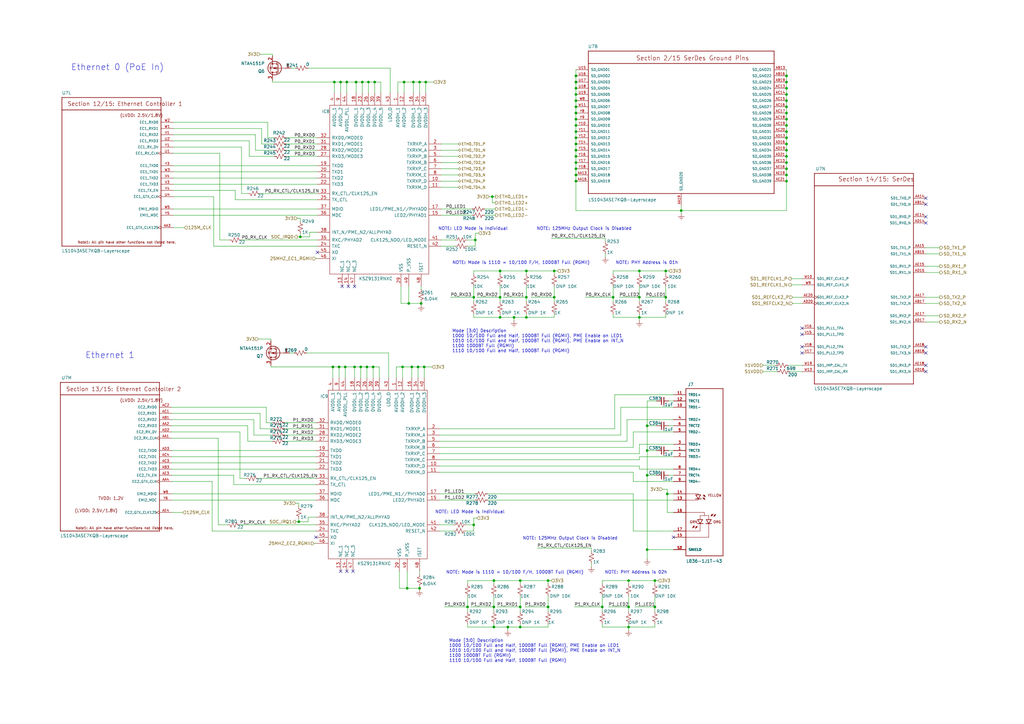
<source format=kicad_sch>
(kicad_sch (version 20200828) (generator eeschema)
  (page 11 12)
  (paper "A3")
  (title_block (title "AP2100") (company "IS ImageStream Internet Solutions, Inc."))
  (junction (at 122.555 213.995) (diameter 0.9144))
  (junction (at 123.19 97.155) (diameter 0.9144))
  (junction (at 136.525 150.495) (diameter 0.9144))
  (junction (at 137.16 33.655) (diameter 0.9144))
  (junction (at 139.065 150.495) (diameter 0.9144))
  (junction (at 139.7 33.655) (diameter 0.9144))
  (junction (at 141.605 150.495) (diameter 0.9144))
  (junction (at 142.24 33.655) (diameter 0.9144))
  (junction (at 145.415 150.495) (diameter 0.9144))
  (junction (at 146.05 33.655) (diameter 0.9144))
  (junction (at 147.955 150.495) (diameter 0.9144))
  (junction (at 148.59 33.655) (diameter 0.9144))
  (junction (at 150.495 150.495) (diameter 0.9144))
  (junction (at 151.13 33.655) (diameter 0.9144))
  (junction (at 153.035 150.495) (diameter 0.9144))
  (junction (at 153.67 33.655) (diameter 0.9144))
  (junction (at 165.1 150.495) (diameter 0.9144))
  (junction (at 165.735 33.655) (diameter 0.9144))
  (junction (at 167.005 241.3) (diameter 0.9144))
  (junction (at 167.64 124.46) (diameter 0.9144))
  (junction (at 168.91 150.495) (diameter 0.9144))
  (junction (at 169.545 33.655) (diameter 0.9144))
  (junction (at 171.45 150.495) (diameter 0.9144))
  (junction (at 172.085 33.655) (diameter 0.9144))
  (junction (at 172.085 241.3) (diameter 0.9144))
  (junction (at 172.72 124.46) (diameter 0.9144))
  (junction (at 173.99 150.495) (diameter 0.9144))
  (junction (at 174.625 33.655) (diameter 0.9144))
  (junction (at 191.77 248.92) (diameter 0.9144))
  (junction (at 194.31 121.92) (diameter 0.9144))
  (junction (at 194.31 215.265) (diameter 0.9144))
  (junction (at 194.945 98.425) (diameter 0.9144))
  (junction (at 201.93 80.645) (diameter 0.9144))
  (junction (at 202.565 238.125) (diameter 0.9144))
  (junction (at 202.565 248.92) (diameter 0.9144))
  (junction (at 202.565 257.175) (diameter 0.9144))
  (junction (at 205.105 111.125) (diameter 0.9144))
  (junction (at 205.105 121.92) (diameter 0.9144))
  (junction (at 205.105 130.175) (diameter 0.9144))
  (junction (at 208.28 257.175) (diameter 0.9144))
  (junction (at 210.82 130.175) (diameter 0.9144))
  (junction (at 213.36 238.125) (diameter 0.9144))
  (junction (at 213.36 248.92) (diameter 0.9144))
  (junction (at 213.36 257.175) (diameter 0.9144))
  (junction (at 215.9 111.125) (diameter 0.9144))
  (junction (at 215.9 121.92) (diameter 0.9144))
  (junction (at 215.9 130.175) (diameter 0.9144))
  (junction (at 224.79 238.125) (diameter 0.9144))
  (junction (at 224.79 248.92) (diameter 0.9144))
  (junction (at 227.33 111.125) (diameter 0.9144))
  (junction (at 227.33 121.92) (diameter 0.9144))
  (junction (at 236.22 31.115) (diameter 0.9144))
  (junction (at 236.22 33.655) (diameter 0.9144))
  (junction (at 236.22 36.195) (diameter 0.9144))
  (junction (at 236.22 38.735) (diameter 0.9144))
  (junction (at 236.22 41.275) (diameter 0.9144))
  (junction (at 236.22 43.815) (diameter 0.9144))
  (junction (at 236.22 46.355) (diameter 0.9144))
  (junction (at 236.22 48.895) (diameter 0.9144))
  (junction (at 236.22 51.435) (diameter 0.9144))
  (junction (at 236.22 53.975) (diameter 0.9144))
  (junction (at 236.22 56.515) (diameter 0.9144))
  (junction (at 236.22 59.055) (diameter 0.9144))
  (junction (at 236.22 61.595) (diameter 0.9144))
  (junction (at 236.22 64.135) (diameter 0.9144))
  (junction (at 236.22 66.675) (diameter 0.9144))
  (junction (at 236.22 69.215) (diameter 0.9144))
  (junction (at 236.22 71.755) (diameter 0.9144))
  (junction (at 236.22 74.295) (diameter 0.9144))
  (junction (at 247.015 248.92) (diameter 0.9144))
  (junction (at 251.46 121.92) (diameter 0.9144))
  (junction (at 257.81 238.125) (diameter 0.9144))
  (junction (at 257.81 248.92) (diameter 0.9144))
  (junction (at 257.81 257.175) (diameter 0.9144))
  (junction (at 262.255 111.125) (diameter 0.9144))
  (junction (at 262.255 121.92) (diameter 0.9144))
  (junction (at 262.255 130.175) (diameter 0.9144))
  (junction (at 265.43 174.625) (diameter 0.9144))
  (junction (at 265.43 184.785) (diameter 0.9144))
  (junction (at 265.43 194.945) (diameter 0.9144))
  (junction (at 265.43 225.425) (diameter 0.9144))
  (junction (at 268.605 238.125) (diameter 0.9144))
  (junction (at 268.605 248.92) (diameter 0.9144))
  (junction (at 273.05 111.125) (diameter 0.9144))
  (junction (at 273.05 121.92) (diameter 0.9144))
  (junction (at 273.685 202.565) (diameter 0.9144))
  (junction (at 279.4 86.36) (diameter 0.9144))
  (junction (at 322.58 31.115) (diameter 0.9144))
  (junction (at 322.58 33.655) (diameter 0.9144))
  (junction (at 322.58 36.195) (diameter 0.9144))
  (junction (at 322.58 38.735) (diameter 0.9144))
  (junction (at 322.58 41.275) (diameter 0.9144))
  (junction (at 322.58 43.815) (diameter 0.9144))
  (junction (at 322.58 46.355) (diameter 0.9144))
  (junction (at 322.58 48.895) (diameter 0.9144))
  (junction (at 322.58 51.435) (diameter 0.9144))
  (junction (at 322.58 53.975) (diameter 0.9144))
  (junction (at 322.58 56.515) (diameter 0.9144))
  (junction (at 322.58 59.055) (diameter 0.9144))
  (junction (at 322.58 61.595) (diameter 0.9144))
  (junction (at 322.58 64.135) (diameter 0.9144))
  (junction (at 322.58 66.675) (diameter 0.9144))
  (junction (at 322.58 69.215) (diameter 0.9144))
  (junction (at 322.58 71.755) (diameter 0.9144))
  (junction (at 322.58 74.295) (diameter 0.9144))
  (no_connect (at 276.225 220.345))
  (no_connect (at 142.24 234.315))
  (no_connect (at 379.73 152.4))
  (no_connect (at 328.93 144.78))
  (no_connect (at 129.54 220.345))
  (no_connect (at 140.335 117.475))
  (no_connect (at 328.93 134.62))
  (no_connect (at 379.73 149.86))
  (no_connect (at 328.93 142.24))
  (no_connect (at 379.73 142.24))
  (no_connect (at 145.415 117.475))
  (no_connect (at 379.73 91.44))
  (no_connect (at 139.7 234.315))
  (no_connect (at 379.73 83.82))
  (no_connect (at 144.78 234.315))
  (no_connect (at 379.73 144.78))
  (no_connect (at 379.73 81.28))
  (no_connect (at 328.93 137.16))
  (no_connect (at 142.875 117.475))
  (no_connect (at 130.175 103.505))
  (no_connect (at 379.73 88.9))
  (wire (pts (xy 70.485 167.005) (xy 109.22 167.005)))
  (wire (pts (xy 70.485 169.545) (xy 106.68 169.545)))
  (wire (pts (xy 70.485 174.625) (xy 101.6 174.625)))
  (wire (pts (xy 70.485 177.165) (xy 98.425 177.165)))
  (wire (pts (xy 70.485 179.705) (xy 89.535 179.705)))
  (wire (pts (xy 70.485 184.785) (xy 129.54 184.785)))
  (wire (pts (xy 70.485 187.325) (xy 129.54 187.325)))
  (wire (pts (xy 70.485 189.865) (xy 129.54 189.865)))
  (wire (pts (xy 70.485 192.405) (xy 129.54 192.405)))
  (wire (pts (xy 70.485 194.945) (xy 95.885 194.945)))
  (wire (pts (xy 70.485 197.485) (xy 86.995 197.485)))
  (wire (pts (xy 70.485 202.565) (xy 129.54 202.565)))
  (wire (pts (xy 70.485 205.105) (xy 129.54 205.105)))
  (wire (pts (xy 70.485 210.185) (xy 74.93 210.185)))
  (wire (pts (xy 71.12 50.165) (xy 109.855 50.165)))
  (wire (pts (xy 71.12 52.705) (xy 107.315 52.705)))
  (wire (pts (xy 71.12 57.785) (xy 102.235 57.785)))
  (wire (pts (xy 71.12 60.325) (xy 99.06 60.325)))
  (wire (pts (xy 71.12 62.865) (xy 90.17 62.865)))
  (wire (pts (xy 71.12 67.945) (xy 130.175 67.945)))
  (wire (pts (xy 71.12 70.485) (xy 130.175 70.485)))
  (wire (pts (xy 71.12 73.025) (xy 130.175 73.025)))
  (wire (pts (xy 71.12 75.565) (xy 130.175 75.565)))
  (wire (pts (xy 71.12 78.105) (xy 96.52 78.105)))
  (wire (pts (xy 71.12 80.645) (xy 87.63 80.645)))
  (wire (pts (xy 71.12 85.725) (xy 130.175 85.725)))
  (wire (pts (xy 71.12 88.265) (xy 130.175 88.265)))
  (wire (pts (xy 71.12 93.345) (xy 75.565 93.345)))
  (wire (pts (xy 86.995 197.485) (xy 86.995 217.805)))
  (wire (pts (xy 86.995 217.805) (xy 129.54 217.805)))
  (wire (pts (xy 87.63 80.645) (xy 87.63 100.965)))
  (wire (pts (xy 87.63 100.965) (xy 130.175 100.965)))
  (wire (pts (xy 89.535 179.705) (xy 89.535 215.265)))
  (wire (pts (xy 89.535 215.265) (xy 93.345 215.265)))
  (wire (pts (xy 90.17 62.865) (xy 90.17 98.425)))
  (wire (pts (xy 90.17 98.425) (xy 93.98 98.425)))
  (wire (pts (xy 95.885 194.945) (xy 95.885 198.755)))
  (wire (pts (xy 95.885 198.755) (xy 129.54 198.755)))
  (wire (pts (xy 96.52 78.105) (xy 96.52 81.915)))
  (wire (pts (xy 96.52 81.915) (xy 130.175 81.915)))
  (wire (pts (xy 98.425 177.165) (xy 98.425 196.215)))
  (wire (pts (xy 98.425 196.215) (xy 100.965 196.215)))
  (wire (pts (xy 98.425 215.265) (xy 129.54 215.265)))
  (wire (pts (xy 99.06 60.325) (xy 99.06 79.375)))
  (wire (pts (xy 99.06 79.375) (xy 101.6 79.375)))
  (wire (pts (xy 99.06 98.425) (xy 130.175 98.425)))
  (wire (pts (xy 101.6 174.625) (xy 101.6 180.975)))
  (wire (pts (xy 101.6 180.975) (xy 111.76 180.975)))
  (wire (pts (xy 102.235 57.785) (xy 102.235 64.135)))
  (wire (pts (xy 102.235 64.135) (xy 112.395 64.135)))
  (wire (pts (xy 104.14 172.085) (xy 70.485 172.085)))
  (wire (pts (xy 104.14 178.435) (xy 104.14 172.085)))
  (wire (pts (xy 104.14 178.435) (xy 111.76 178.435)))
  (wire (pts (xy 104.775 55.245) (xy 71.12 55.245)))
  (wire (pts (xy 104.775 61.595) (xy 104.775 55.245)))
  (wire (pts (xy 104.775 61.595) (xy 112.395 61.595)))
  (wire (pts (xy 106.045 196.215) (xy 129.54 196.215)))
  (wire (pts (xy 106.68 79.375) (xy 130.175 79.375)))
  (wire (pts (xy 106.68 169.545) (xy 106.68 175.895)))
  (wire (pts (xy 106.68 175.895) (xy 111.76 175.895)))
  (wire (pts (xy 107.315 52.705) (xy 107.315 59.055)))
  (wire (pts (xy 107.315 59.055) (xy 112.395 59.055)))
  (wire (pts (xy 109.22 167.005) (xy 109.22 173.355)))
  (wire (pts (xy 109.22 173.355) (xy 111.76 173.355)))
  (wire (pts (xy 109.855 50.165) (xy 109.855 56.515)))
  (wire (pts (xy 109.855 56.515) (xy 112.395 56.515)))
  (wire (pts (xy 111.125 139.065) (xy 106.045 139.065)))
  (wire (pts (xy 111.125 139.7) (xy 111.125 139.065)))
  (wire (pts (xy 111.125 149.86) (xy 111.125 150.495)))
  (wire (pts (xy 111.125 150.495) (xy 136.525 150.495)))
  (wire (pts (xy 111.76 22.225) (xy 106.68 22.225)))
  (wire (pts (xy 111.76 22.86) (xy 111.76 22.225)))
  (wire (pts (xy 111.76 33.02) (xy 111.76 33.655)))
  (wire (pts (xy 111.76 33.655) (xy 137.16 33.655)))
  (wire (pts (xy 116.84 173.355) (xy 129.54 173.355)))
  (wire (pts (xy 116.84 175.895) (xy 129.54 175.895)))
  (wire (pts (xy 116.84 178.435) (xy 129.54 178.435)))
  (wire (pts (xy 116.84 180.975) (xy 129.54 180.975)))
  (wire (pts (xy 117.475 56.515) (xy 130.175 56.515)))
  (wire (pts (xy 117.475 59.055) (xy 130.175 59.055)))
  (wire (pts (xy 117.475 61.595) (xy 130.175 61.595)))
  (wire (pts (xy 117.475 64.135) (xy 130.175 64.135)))
  (wire (pts (xy 120.65 144.78) (xy 118.745 144.78)))
  (wire (pts (xy 121.285 27.94) (xy 119.38 27.94)))
  (wire (pts (xy 121.285 213.995) (xy 122.555 213.995)))
  (wire (pts (xy 121.92 97.155) (xy 123.19 97.155)))
  (wire (pts (xy 122.555 206.375) (xy 121.285 206.375)))
  (wire (pts (xy 122.555 207.645) (xy 122.555 206.375)))
  (wire (pts (xy 122.555 213.995) (xy 122.555 212.725)))
  (wire (pts (xy 123.19 89.535) (xy 121.92 89.535)))
  (wire (pts (xy 123.19 90.805) (xy 123.19 89.535)))
  (wire (pts (xy 123.19 97.155) (xy 123.19 95.885)))
  (wire (pts (xy 125.73 144.78) (xy 159.385 144.78)))
  (wire (pts (xy 126.365 27.94) (xy 160.02 27.94)))
  (wire (pts (xy 126.365 212.09) (xy 126.365 213.995)))
  (wire (pts (xy 126.365 213.995) (xy 122.555 213.995)))
  (wire (pts (xy 127 95.25) (xy 127 97.155)))
  (wire (pts (xy 127 97.155) (xy 123.19 97.155)))
  (wire (pts (xy 128.905 222.885) (xy 129.54 222.885)))
  (wire (pts (xy 129.54 106.045) (xy 130.175 106.045)))
  (wire (pts (xy 129.54 212.09) (xy 126.365 212.09)))
  (wire (pts (xy 130.175 95.25) (xy 127 95.25)))
  (wire (pts (xy 136.525 150.495) (xy 139.065 150.495)))
  (wire (pts (xy 136.525 154.94) (xy 136.525 150.495)))
  (wire (pts (xy 137.16 33.655) (xy 139.7 33.655)))
  (wire (pts (xy 137.16 38.1) (xy 137.16 33.655)))
  (wire (pts (xy 139.065 150.495) (xy 139.065 154.94)))
  (wire (pts (xy 139.7 33.655) (xy 139.7 38.1)))
  (wire (pts (xy 141.605 150.495) (xy 139.065 150.495)))
  (wire (pts (xy 141.605 150.495) (xy 141.605 154.94)))
  (wire (pts (xy 142.24 33.655) (xy 139.7 33.655)))
  (wire (pts (xy 142.24 33.655) (xy 142.24 38.1)))
  (wire (pts (xy 145.415 150.495) (xy 141.605 150.495)))
  (wire (pts (xy 145.415 154.94) (xy 145.415 150.495)))
  (wire (pts (xy 146.05 33.655) (xy 142.24 33.655)))
  (wire (pts (xy 146.05 38.1) (xy 146.05 33.655)))
  (wire (pts (xy 147.955 150.495) (xy 145.415 150.495)))
  (wire (pts (xy 147.955 150.495) (xy 150.495 150.495)))
  (wire (pts (xy 147.955 154.94) (xy 147.955 150.495)))
  (wire (pts (xy 148.59 33.655) (xy 146.05 33.655)))
  (wire (pts (xy 148.59 33.655) (xy 151.13 33.655)))
  (wire (pts (xy 148.59 38.1) (xy 148.59 33.655)))
  (wire (pts (xy 150.495 150.495) (xy 150.495 154.94)))
  (wire (pts (xy 150.495 150.495) (xy 153.035 150.495)))
  (wire (pts (xy 151.13 33.655) (xy 151.13 38.1)))
  (wire (pts (xy 151.13 33.655) (xy 153.67 33.655)))
  (wire (pts (xy 153.035 150.495) (xy 153.035 154.94)))
  (wire (pts (xy 153.035 150.495) (xy 155.575 150.495)))
  (wire (pts (xy 153.67 33.655) (xy 153.67 38.1)))
  (wire (pts (xy 153.67 33.655) (xy 156.21 33.655)))
  (wire (pts (xy 155.575 150.495) (xy 155.575 154.94)))
  (wire (pts (xy 156.21 33.655) (xy 156.21 38.1)))
  (wire (pts (xy 159.385 154.94) (xy 159.385 144.78)))
  (wire (pts (xy 160.02 38.1) (xy 160.02 27.94)))
  (wire (pts (xy 162.56 150.495) (xy 165.1 150.495)))
  (wire (pts (xy 162.56 154.94) (xy 162.56 150.495)))
  (wire (pts (xy 163.195 33.655) (xy 165.735 33.655)))
  (wire (pts (xy 163.195 38.1) (xy 163.195 33.655)))
  (wire (pts (xy 163.83 234.315) (xy 163.83 241.3)))
  (wire (pts (xy 163.83 241.3) (xy 167.005 241.3)))
  (wire (pts (xy 164.465 117.475) (xy 164.465 124.46)))
  (wire (pts (xy 164.465 124.46) (xy 167.64 124.46)))
  (wire (pts (xy 165.1 150.495) (xy 165.1 154.94)))
  (wire (pts (xy 165.1 150.495) (xy 168.91 150.495)))
  (wire (pts (xy 165.735 33.655) (xy 165.735 38.1)))
  (wire (pts (xy 165.735 33.655) (xy 169.545 33.655)))
  (wire (pts (xy 167.005 234.315) (xy 167.005 241.3)))
  (wire (pts (xy 167.005 241.3) (xy 172.085 241.3)))
  (wire (pts (xy 167.64 117.475) (xy 167.64 124.46)))
  (wire (pts (xy 167.64 124.46) (xy 172.72 124.46)))
  (wire (pts (xy 168.91 150.495) (xy 168.91 154.94)))
  (wire (pts (xy 168.91 150.495) (xy 171.45 150.495)))
  (wire (pts (xy 169.545 33.655) (xy 169.545 38.1)))
  (wire (pts (xy 169.545 33.655) (xy 172.085 33.655)))
  (wire (pts (xy 171.45 150.495) (xy 171.45 154.94)))
  (wire (pts (xy 171.45 150.495) (xy 173.99 150.495)))
  (wire (pts (xy 172.085 33.655) (xy 172.085 38.1)))
  (wire (pts (xy 172.085 33.655) (xy 174.625 33.655)))
  (wire (pts (xy 172.085 234.315) (xy 172.085 235.585)))
  (wire (pts (xy 172.085 240.665) (xy 172.085 241.3)))
  (wire (pts (xy 172.085 241.3) (xy 172.085 241.935)))
  (wire (pts (xy 172.72 117.475) (xy 172.72 118.745)))
  (wire (pts (xy 172.72 123.825) (xy 172.72 124.46)))
  (wire (pts (xy 172.72 124.46) (xy 172.72 125.095)))
  (wire (pts (xy 173.99 150.495) (xy 173.99 154.94)))
  (wire (pts (xy 173.99 150.495) (xy 177.165 150.495)))
  (wire (pts (xy 174.625 33.655) (xy 174.625 38.1)))
  (wire (pts (xy 174.625 33.655) (xy 177.8 33.655)))
  (wire (pts (xy 180.34 175.895) (xy 252.095 175.895)))
  (wire (pts (xy 180.34 178.435) (xy 254.635 178.435)))
  (wire (pts (xy 180.34 180.975) (xy 257.175 180.975)))
  (wire (pts (xy 180.34 183.515) (xy 259.715 183.515)))
  (wire (pts (xy 180.34 186.055) (xy 262.255 186.055)))
  (wire (pts (xy 180.34 188.595) (xy 262.255 188.595)))
  (wire (pts (xy 180.34 191.135) (xy 262.255 191.135)))
  (wire (pts (xy 180.34 193.675) (xy 259.715 193.675)))
  (wire (pts (xy 180.34 202.565) (xy 194.945 202.565)))
  (wire (pts (xy 180.34 205.105) (xy 194.945 205.105)))
  (wire (pts (xy 180.34 215.265) (xy 186.055 215.265)))
  (wire (pts (xy 180.34 217.805) (xy 186.055 217.805)))
  (wire (pts (xy 180.975 59.055) (xy 187.96 59.055)))
  (wire (pts (xy 180.975 61.595) (xy 187.96 61.595)))
  (wire (pts (xy 180.975 64.135) (xy 187.96 64.135)))
  (wire (pts (xy 180.975 66.675) (xy 187.96 66.675)))
  (wire (pts (xy 180.975 69.215) (xy 187.96 69.215)))
  (wire (pts (xy 180.975 71.755) (xy 187.96 71.755)))
  (wire (pts (xy 180.975 74.295) (xy 187.96 74.295)))
  (wire (pts (xy 180.975 76.835) (xy 187.96 76.835)))
  (wire (pts (xy 180.975 85.725) (xy 193.675 85.725)))
  (wire (pts (xy 180.975 88.265) (xy 193.675 88.265)))
  (wire (pts (xy 180.975 98.425) (xy 186.69 98.425)))
  (wire (pts (xy 180.975 100.965) (xy 186.69 100.965)))
  (wire (pts (xy 182.245 248.92) (xy 191.77 248.92)))
  (wire (pts (xy 184.785 121.92) (xy 194.31 121.92)))
  (wire (pts (xy 191.135 215.265) (xy 194.31 215.265)))
  (wire (pts (xy 191.135 217.805) (xy 194.31 217.805)))
  (wire (pts (xy 191.77 98.425) (xy 194.945 98.425)))
  (wire (pts (xy 191.77 100.965) (xy 194.945 100.965)))
  (wire (pts (xy 191.77 238.125) (xy 191.77 239.395)))
  (wire (pts (xy 191.77 238.125) (xy 202.565 238.125)))
  (wire (pts (xy 191.77 244.475) (xy 191.77 248.92)))
  (wire (pts (xy 191.77 248.92) (xy 191.77 250.825)))
  (wire (pts (xy 191.77 255.905) (xy 191.77 257.175)))
  (wire (pts (xy 191.77 257.175) (xy 202.565 257.175)))
  (wire (pts (xy 193.04 248.92) (xy 202.565 248.92)))
  (wire (pts (xy 194.31 111.125) (xy 194.31 112.395)))
  (wire (pts (xy 194.31 111.125) (xy 205.105 111.125)))
  (wire (pts (xy 194.31 117.475) (xy 194.31 121.92)))
  (wire (pts (xy 194.31 121.92) (xy 194.31 123.825)))
  (wire (pts (xy 194.31 128.905) (xy 194.31 130.175)))
  (wire (pts (xy 194.31 130.175) (xy 205.105 130.175)))
  (wire (pts (xy 194.31 212.471) (xy 194.31 215.265)))
  (wire (pts (xy 194.31 215.265) (xy 194.31 217.805)))
  (wire (pts (xy 194.945 95.631) (xy 194.945 98.425)))
  (wire (pts (xy 194.945 98.425) (xy 194.945 100.965)))
  (wire (pts (xy 195.58 121.92) (xy 205.105 121.92)))
  (wire (pts (xy 195.58 212.471) (xy 194.31 212.471)))
  (wire (pts (xy 196.215 95.631) (xy 194.945 95.631)))
  (wire (pts (xy 198.755 85.725) (xy 203.2 85.725)))
  (wire (pts (xy 198.755 88.265) (xy 203.2 88.265)))
  (wire (pts (xy 200.025 202.565) (xy 259.715 202.565)))
  (wire (pts (xy 200.025 205.105) (xy 276.225 205.105)))
  (wire (pts (xy 200.66 80.645) (xy 201.93 80.645)))
  (wire (pts (xy 201.93 80.645) (xy 201.93 83.185)))
  (wire (pts (xy 201.93 80.645) (xy 203.2 80.645)))
  (wire (pts (xy 201.93 83.185) (xy 203.2 83.185)))
  (wire (pts (xy 202.565 238.125) (xy 202.565 239.395)))
  (wire (pts (xy 202.565 238.125) (xy 213.36 238.125)))
  (wire (pts (xy 202.565 244.475) (xy 202.565 248.92)))
  (wire (pts (xy 202.565 248.92) (xy 202.565 250.825)))
  (wire (pts (xy 202.565 255.905) (xy 202.565 257.175)))
  (wire (pts (xy 202.565 257.175) (xy 208.28 257.175)))
  (wire (pts (xy 203.835 248.92) (xy 213.36 248.92)))
  (wire (pts (xy 205.105 111.125) (xy 205.105 112.395)))
  (wire (pts (xy 205.105 111.125) (xy 215.9 111.125)))
  (wire (pts (xy 205.105 117.475) (xy 205.105 121.92)))
  (wire (pts (xy 205.105 121.92) (xy 205.105 123.825)))
  (wire (pts (xy 205.105 128.905) (xy 205.105 130.175)))
  (wire (pts (xy 205.105 130.175) (xy 210.82 130.175)))
  (wire (pts (xy 206.375 121.92) (xy 215.9 121.92)))
  (wire (pts (xy 208.28 257.175) (xy 208.28 258.445)))
  (wire (pts (xy 208.28 257.175) (xy 213.36 257.175)))
  (wire (pts (xy 210.82 130.175) (xy 210.82 131.445)))
  (wire (pts (xy 210.82 130.175) (xy 215.9 130.175)))
  (wire (pts (xy 213.36 238.125) (xy 213.36 239.395)))
  (wire (pts (xy 213.36 238.125) (xy 224.79 238.125)))
  (wire (pts (xy 213.36 244.475) (xy 213.36 248.92)))
  (wire (pts (xy 213.36 248.92) (xy 213.36 250.825)))
  (wire (pts (xy 213.36 255.905) (xy 213.36 257.175)))
  (wire (pts (xy 213.36 257.175) (xy 224.79 257.175)))
  (wire (pts (xy 215.265 248.92) (xy 224.79 248.92)))
  (wire (pts (xy 215.9 111.125) (xy 215.9 112.395)))
  (wire (pts (xy 215.9 111.125) (xy 227.33 111.125)))
  (wire (pts (xy 215.9 117.475) (xy 215.9 121.92)))
  (wire (pts (xy 215.9 121.92) (xy 215.9 123.825)))
  (wire (pts (xy 215.9 128.905) (xy 215.9 130.175)))
  (wire (pts (xy 215.9 130.175) (xy 227.33 130.175)))
  (wire (pts (xy 217.805 121.92) (xy 227.33 121.92)))
  (wire (pts (xy 220.345 224.79) (xy 242.57 224.79)))
  (wire (pts (xy 224.79 238.125) (xy 224.79 239.395)))
  (wire (pts (xy 224.79 244.475) (xy 224.79 248.92)))
  (wire (pts (xy 224.79 248.92) (xy 224.79 250.825)))
  (wire (pts (xy 224.79 255.905) (xy 224.79 257.175)))
  (wire (pts (xy 226.06 97.79) (xy 248.285 97.79)))
  (wire (pts (xy 226.06 238.125) (xy 224.79 238.125)))
  (wire (pts (xy 227.33 111.125) (xy 227.33 112.395)))
  (wire (pts (xy 227.33 117.475) (xy 227.33 121.92)))
  (wire (pts (xy 227.33 121.92) (xy 227.33 123.825)))
  (wire (pts (xy 227.33 128.905) (xy 227.33 130.175)))
  (wire (pts (xy 228.6 111.125) (xy 227.33 111.125)))
  (wire (pts (xy 236.22 28.575) (xy 236.22 31.115)))
  (wire (pts (xy 236.22 31.115) (xy 236.22 33.655)))
  (wire (pts (xy 236.22 33.655) (xy 236.22 36.195)))
  (wire (pts (xy 236.22 36.195) (xy 236.22 38.735)))
  (wire (pts (xy 236.22 38.735) (xy 236.22 41.275)))
  (wire (pts (xy 236.22 41.275) (xy 236.22 43.815)))
  (wire (pts (xy 236.22 43.815) (xy 236.22 46.355)))
  (wire (pts (xy 236.22 46.355) (xy 236.22 48.895)))
  (wire (pts (xy 236.22 48.895) (xy 236.22 51.435)))
  (wire (pts (xy 236.22 51.435) (xy 236.22 53.975)))
  (wire (pts (xy 236.22 53.975) (xy 236.22 56.515)))
  (wire (pts (xy 236.22 56.515) (xy 236.22 59.055)))
  (wire (pts (xy 236.22 59.055) (xy 236.22 61.595)))
  (wire (pts (xy 236.22 61.595) (xy 236.22 64.135)))
  (wire (pts (xy 236.22 64.135) (xy 236.22 66.675)))
  (wire (pts (xy 236.22 66.675) (xy 236.22 69.215)))
  (wire (pts (xy 236.22 69.215) (xy 236.22 71.755)))
  (wire (pts (xy 236.22 71.755) (xy 236.22 74.295)))
  (wire (pts (xy 236.22 74.295) (xy 236.22 86.36)))
  (wire (pts (xy 236.22 86.36) (xy 279.4 86.36)))
  (wire (pts (xy 242.57 224.79) (xy 242.57 226.06)))
  (wire (pts (xy 242.57 231.14) (xy 242.57 232.41)))
  (wire (pts (xy 247.015 238.125) (xy 247.015 239.395)))
  (wire (pts (xy 247.015 238.125) (xy 257.81 238.125)))
  (wire (pts (xy 247.015 244.475) (xy 247.015 248.92)))
  (wire (pts (xy 247.015 248.92) (xy 235.585 248.92)))
  (wire (pts (xy 247.015 248.92) (xy 247.015 250.825)))
  (wire (pts (xy 247.015 255.905) (xy 247.015 257.175)))
  (wire (pts (xy 247.015 257.175) (xy 257.81 257.175)))
  (wire (pts (xy 248.285 97.79) (xy 248.285 99.06)))
  (wire (pts (xy 248.285 104.14) (xy 248.285 105.41)))
  (wire (pts (xy 249.555 248.92) (xy 257.81 248.92)))
  (wire (pts (xy 251.46 111.125) (xy 251.46 112.395)))
  (wire (pts (xy 251.46 111.125) (xy 262.255 111.125)))
  (wire (pts (xy 251.46 117.475) (xy 251.46 121.92)))
  (wire (pts (xy 251.46 121.92) (xy 240.03 121.92)))
  (wire (pts (xy 251.46 121.92) (xy 251.46 123.825)))
  (wire (pts (xy 251.46 128.905) (xy 251.46 130.175)))
  (wire (pts (xy 251.46 130.175) (xy 262.255 130.175)))
  (wire (pts (xy 252.095 161.925) (xy 252.095 175.895)))
  (wire (pts (xy 254 121.92) (xy 262.255 121.92)))
  (wire (pts (xy 254.635 167.005) (xy 276.225 167.005)))
  (wire (pts (xy 254.635 178.435) (xy 254.635 167.005)))
  (wire (pts (xy 257.175 172.085) (xy 257.175 180.975)))
  (wire (pts (xy 257.81 238.125) (xy 257.81 239.395)))
  (wire (pts (xy 257.81 238.125) (xy 268.605 238.125)))
  (wire (pts (xy 257.81 244.475) (xy 257.81 248.92)))
  (wire (pts (xy 257.81 248.92) (xy 257.81 250.825)))
  (wire (pts (xy 257.81 255.905) (xy 257.81 257.175)))
  (wire (pts (xy 257.81 257.175) (xy 257.81 258.445)))
  (wire (pts (xy 257.81 257.175) (xy 268.605 257.175)))
  (wire (pts (xy 259.715 177.165) (xy 276.225 177.165)))
  (wire (pts (xy 259.715 183.515) (xy 259.715 177.165)))
  (wire (pts (xy 259.715 193.675) (xy 259.715 197.485)))
  (wire (pts (xy 259.715 197.485) (xy 276.225 197.485)))
  (wire (pts (xy 259.715 202.565) (xy 259.715 217.805)))
  (wire (pts (xy 259.715 217.805) (xy 276.225 217.805)))
  (wire (pts (xy 260.35 248.92) (xy 268.605 248.92)))
  (wire (pts (xy 262.255 111.125) (xy 262.255 112.395)))
  (wire (pts (xy 262.255 111.125) (xy 273.05 111.125)))
  (wire (pts (xy 262.255 117.475) (xy 262.255 121.92)))
  (wire (pts (xy 262.255 121.92) (xy 262.255 123.825)))
  (wire (pts (xy 262.255 128.905) (xy 262.255 130.175)))
  (wire (pts (xy 262.255 130.175) (xy 262.255 131.445)))
  (wire (pts (xy 262.255 130.175) (xy 273.05 130.175)))
  (wire (pts (xy 262.255 182.245) (xy 262.255 186.055)))
  (wire (pts (xy 262.255 187.325) (xy 276.225 187.325)))
  (wire (pts (xy 262.255 188.595) (xy 262.255 187.325)))
  (wire (pts (xy 262.255 192.405) (xy 262.255 191.135)))
  (wire (pts (xy 264.795 121.92) (xy 273.05 121.92)))
  (wire (pts (xy 265.43 164.465) (xy 265.43 174.625)))
  (wire (pts (xy 265.43 174.625) (xy 269.24 174.625)))
  (wire (pts (xy 265.43 184.785) (xy 265.43 174.625)))
  (wire (pts (xy 265.43 184.785) (xy 265.43 194.945)))
  (wire (pts (xy 265.43 194.945) (xy 265.43 225.425)))
  (wire (pts (xy 265.43 225.425) (xy 276.225 225.425)))
  (wire (pts (xy 265.43 229.235) (xy 265.43 225.425)))
  (wire (pts (xy 268.605 238.125) (xy 268.605 239.395)))
  (wire (pts (xy 268.605 244.475) (xy 268.605 248.92)))
  (wire (pts (xy 268.605 248.92) (xy 268.605 250.825)))
  (wire (pts (xy 268.605 255.905) (xy 268.605 257.175)))
  (wire (pts (xy 269.24 164.465) (xy 265.43 164.465)))
  (wire (pts (xy 269.24 184.785) (xy 265.43 184.785)))
  (wire (pts (xy 269.24 194.945) (xy 265.43 194.945)))
  (wire (pts (xy 269.875 238.125) (xy 268.605 238.125)))
  (wire (pts (xy 271.78 200.66) (xy 273.685 200.66)))
  (wire (pts (xy 273.05 111.125) (xy 273.05 112.395)))
  (wire (pts (xy 273.05 117.475) (xy 273.05 121.92)))
  (wire (pts (xy 273.05 121.92) (xy 273.05 123.825)))
  (wire (pts (xy 273.05 128.905) (xy 273.05 130.175)))
  (wire (pts (xy 273.685 200.66) (xy 273.685 202.565)))
  (wire (pts (xy 273.685 202.565) (xy 273.685 210.185)))
  (wire (pts (xy 273.685 202.565) (xy 276.225 202.565)))
  (wire (pts (xy 273.685 210.185) (xy 276.225 210.185)))
  (wire (pts (xy 274.32 111.125) (xy 273.05 111.125)))
  (wire (pts (xy 274.32 164.465) (xy 276.225 164.465)))
  (wire (pts (xy 274.32 174.625) (xy 276.225 174.625)))
  (wire (pts (xy 274.32 184.785) (xy 276.225 184.785)))
  (wire (pts (xy 274.32 194.945) (xy 276.225 194.945)))
  (wire (pts (xy 276.225 161.925) (xy 252.095 161.925)))
  (wire (pts (xy 276.225 172.085) (xy 257.175 172.085)))
  (wire (pts (xy 276.225 182.245) (xy 262.255 182.245)))
  (wire (pts (xy 276.225 192.405) (xy 262.255 192.405)))
  (wire (pts (xy 279.4 86.36) (xy 279.4 84.455)))
  (wire (pts (xy 279.4 86.36) (xy 279.4 87.63)))
  (wire (pts (xy 318.135 149.86) (xy 313.055 149.86)))
  (wire (pts (xy 318.77 152.4) (xy 313.055 152.4)))
  (wire (pts (xy 322.58 28.575) (xy 322.58 31.115)))
  (wire (pts (xy 322.58 31.115) (xy 322.58 33.655)))
  (wire (pts (xy 322.58 33.655) (xy 322.58 36.195)))
  (wire (pts (xy 322.58 36.195) (xy 322.58 38.735)))
  (wire (pts (xy 322.58 38.735) (xy 322.58 41.275)))
  (wire (pts (xy 322.58 41.275) (xy 322.58 43.815)))
  (wire (pts (xy 322.58 43.815) (xy 322.58 46.355)))
  (wire (pts (xy 322.58 46.355) (xy 322.58 48.895)))
  (wire (pts (xy 322.58 48.895) (xy 322.58 51.435)))
  (wire (pts (xy 322.58 51.435) (xy 322.58 53.975)))
  (wire (pts (xy 322.58 53.975) (xy 322.58 56.515)))
  (wire (pts (xy 322.58 56.515) (xy 322.58 59.055)))
  (wire (pts (xy 322.58 59.055) (xy 322.58 61.595)))
  (wire (pts (xy 322.58 61.595) (xy 322.58 64.135)))
  (wire (pts (xy 322.58 64.135) (xy 322.58 66.675)))
  (wire (pts (xy 322.58 66.675) (xy 322.58 69.215)))
  (wire (pts (xy 322.58 69.215) (xy 322.58 71.755)))
  (wire (pts (xy 322.58 71.755) (xy 322.58 74.295)))
  (wire (pts (xy 322.58 74.295) (xy 322.58 86.36)))
  (wire (pts (xy 322.58 86.36) (xy 279.4 86.36)))
  (wire (pts (xy 323.215 149.86) (xy 328.93 149.86)))
  (wire (pts (xy 323.85 152.4) (xy 328.93 152.4)))
  (wire (pts (xy 324.485 114.3) (xy 328.93 114.3)))
  (wire (pts (xy 324.485 116.84) (xy 328.93 116.84)))
  (wire (pts (xy 328.93 121.92) (xy 325.12 121.92)))
  (wire (pts (xy 328.93 124.46) (xy 325.12 124.46)))
  (wire (pts (xy 379.73 101.6) (xy 385.445 101.6)))
  (wire (pts (xy 379.73 104.14) (xy 385.445 104.14)))
  (wire (pts (xy 379.73 109.22) (xy 385.445 109.22)))
  (wire (pts (xy 379.73 111.76) (xy 385.445 111.76)))
  (wire (pts (xy 379.73 121.92) (xy 385.445 121.92)))
  (wire (pts (xy 379.73 124.46) (xy 385.445 124.46)))
  (wire (pts (xy 379.73 129.54) (xy 385.445 129.54)))
  (wire (pts (xy 379.73 132.08) (xy 385.445 132.08)))
  (text "Ethernet 1" (at 55.245 147.32 180) (effects (font (size 2.54 2.54)) (justify right bottom)))
  (text "Ethernet 0 (PoE In)" (at 67.31 29.21 180) (effects (font (size 2.54 2.54)) (justify right bottom)))
  (text "Mode [3:0] Description\n1000 10/100 Full and Half, 1000BT Full (RGMII), PME Enable on LED1\n1010 10/100 Full and Half, 1000BT Full (RGMII), PME Enable on INT_N\n1100 1000BT Full (RGMII)\n1110 10/100 Full and Half, 1000BT Full (RGMII)" (at 184.15 271.78 0) (effects (font (size 1.27 1.27)) (justify left bottom)))
  (text "Mode [3:0] Description\n1000 10/100 Full and Half, 1000BT Full (RGMII), PME Enable on LED1\n1010 10/100 Full and Half, 1000BT Full (RGMII), PME Enable on INT_N\n1100 1000BT Full (RGMII)\n1110 10/100 Full and Half, 1000BT Full (RGMII)" (at 185.42 144.78 0) (effects (font (size 1.27 1.27)) (justify left bottom)))
  (text "NOTE: LED Mode is Individual" (at 207.01 210.82 180) (effects (font (size 1.27 1.27)) (justify right bottom)))
  (text "NOTE: LED Mode is Individual" (at 208.28 94.615 180) (effects (font (size 1.27 1.27)) (justify right bottom)))
  (text "NOTE: Mode is 1110 = 10/100 F/H, 1000BT Full (RGMII)" (at 239.395 235.585 0) (effects (font (size 1.27 1.27)) (justify right bottom)))
  (text "NOTE: Mode is 1110 = 10/100 F/H, 1000BT Full (RGMII)" (at 241.935 108.585 0) (effects (font (size 1.27 1.27)) (justify right bottom)))
  (text "NOTE: 125MHz Output Clock is Disabled" (at 253.365 221.615 180) (effects (font (size 1.27 1.27)) (justify right bottom)))
  (text "NOTE: 125MHz Output Clock is Disabled" (at 259.08 94.615 180) (effects (font (size 1.27 1.27)) (justify right bottom)))
  (text "NOTE: PHY Address is 02h" (at 273.685 235.585 180) (effects (font (size 1.27 1.27)) (justify right bottom)))
  (text "NOTE: PHY Address is 01h" (at 278.13 108.585 180) (effects (font (size 1.27 1.27)) (justify right bottom)))
  (label "P1_RX_CLK" (at 98.425 215.265 0))
  (label "P0_RX_CLK" (at 99.06 98.425 0))
  (label "P1_RX_CTL{slash}CLK125_EN" (at 107.95 196.215 0))
  (label "P0_RX_CTL{slash}CLK125_EN" (at 108.585 79.375 0))
  (label "P1_RXD0" (at 120.015 173.355 0))
  (label "P1_RXD1" (at 120.015 175.895 0))
  (label "P1_RXD2" (at 120.015 178.435 0))
  (label "P1_RXD3" (at 120.015 180.975 0))
  (label "P0_RXD0" (at 120.65 56.515 0))
  (label "P0_RXD1" (at 120.65 59.055 0))
  (label "P0_RXD2" (at 120.65 61.595 0))
  (label "P0_RXD3" (at 120.65 64.135 0))
  (label "P1_RXD3" (at 182.245 248.92 0))
  (label "P0_RXD3" (at 184.785 121.92 0))
  (label "P1_LED1" (at 190.5 202.565 180))
  (label "P1_LED2" (at 190.5 205.105 180))
  (label "P0_LED1" (at 191.135 85.725 180))
  (label "P0_LED2" (at 191.135 88.265 180))
  (label "P1_RXD2" (at 193.04 248.92 0))
  (label "P0_RXD2" (at 195.58 121.92 0))
  (label "P1_RXD1" (at 203.835 248.92 0))
  (label "P0_RXD1" (at 206.375 121.92 0))
  (label "P1_RXD0" (at 215.265 248.92 0))
  (label "P0_RXD0" (at 217.805 121.92 0))
  (label "P1_RX_CTL{slash}CLK125_EN" (at 220.345 224.79 0))
  (label "P0_RX_CTL{slash}CLK125_EN" (at 226.06 97.79 0))
  (label "P1_RX_CLK" (at 235.585 248.92 0))
  (label "P0_RX_CLK" (at 240.03 121.92 0))
  (label "P1_LED2" (at 249.555 248.92 0))
  (label "P0_LED2" (at 254 121.92 0))
  (label "P1_LED1" (at 260.35 248.92 0))
  (label "P0_LED1" (at 264.795 121.92 0))
  (hierarchical_label "125M_CLK" (shape input) (at 74.93 210.185 0))
  (hierarchical_label "125M_CLK" (shape input) (at 75.565 93.345 0))
  (hierarchical_label "3V3" (shape input) (at 106.045 139.065 180))
  (hierarchical_label "3V3" (shape input) (at 106.68 22.225 180))
  (hierarchical_label "3V3" (shape input) (at 121.285 206.375 180))
  (hierarchical_label "SOC_IRQ1" (shape output) (at 121.285 213.995 180))
  (hierarchical_label "3V3" (shape input) (at 121.92 89.535 180))
  (hierarchical_label "SOC_IRQ0" (shape output) (at 121.92 97.155 180))
  (hierarchical_label "25MHZ_EC2_RGMII" (shape input) (at 128.905 222.885 180))
  (hierarchical_label "25MHZ_EC1_RGMII" (shape input) (at 129.54 106.045 180))
  (hierarchical_label "3V3" (shape input) (at 177.165 150.495 0))
  (hierarchical_label "3V3" (shape input) (at 177.8 33.655 0))
  (hierarchical_label "ETH0_TD1_P" (shape bidirectional) (at 187.96 59.055 0) (effects (font (size 1.0922 1.0922))))
  (hierarchical_label "ETH0_TD1_N" (shape bidirectional) (at 187.96 61.595 0) (effects (font (size 1.0922 1.0922))))
  (hierarchical_label "ETH0_TD2_P" (shape bidirectional) (at 187.96 64.135 0) (effects (font (size 1.0922 1.0922))))
  (hierarchical_label "ETH0_TD2_N" (shape bidirectional) (at 187.96 66.675 0) (effects (font (size 1.0922 1.0922))))
  (hierarchical_label "ETH0_TD3_P" (shape bidirectional) (at 187.96 69.215 0) (effects (font (size 1.0922 1.0922))))
  (hierarchical_label "ETH0_TD3_N" (shape bidirectional) (at 187.96 71.755 0) (effects (font (size 1.0922 1.0922))))
  (hierarchical_label "ETH0_TD4_P" (shape bidirectional) (at 187.96 74.295 0) (effects (font (size 1.0922 1.0922))))
  (hierarchical_label "ETH0_TD4_N" (shape bidirectional) (at 187.96 76.835 0) (effects (font (size 1.0922 1.0922))))
  (hierarchical_label "3V3" (shape input) (at 195.58 212.471 0))
  (hierarchical_label "3V3" (shape input) (at 196.215 95.631 0))
  (hierarchical_label "3V3" (shape input) (at 200.66 80.645 180))
  (hierarchical_label "ETH0_LED1+" (shape output) (at 203.2 80.645 0))
  (hierarchical_label "ETH0_LED2+" (shape output) (at 203.2 83.185 0))
  (hierarchical_label "ETH0_LED1-" (shape output) (at 203.2 85.725 0))
  (hierarchical_label "ETH0_LED2-" (shape output) (at 203.2 88.265 0))
  (hierarchical_label "3V3" (shape input) (at 226.06 238.125 0))
  (hierarchical_label "3V3" (shape input) (at 228.6 111.125 0))
  (hierarchical_label "3V3" (shape input) (at 269.875 238.125 0))
  (hierarchical_label "3V3" (shape input) (at 271.78 200.66 180))
  (hierarchical_label "3V3" (shape input) (at 274.32 111.125 0))
  (hierarchical_label "X1VDD" (shape input) (at 313.055 149.86 180))
  (hierarchical_label "S1VDD" (shape input) (at 313.055 152.4 180))
  (hierarchical_label "SD1_REFCLK1_P" (shape output) (at 324.485 114.3 180))
  (hierarchical_label "SD1_REFCLK1_N" (shape output) (at 324.485 116.84 180))
  (hierarchical_label "SD1_REFCLK2_P" (shape input) (at 325.12 121.92 180))
  (hierarchical_label "SD1_REFCLK2_N" (shape input) (at 325.12 124.46 180))
  (hierarchical_label "SD_TX1_P" (shape output) (at 385.445 101.6 0))
  (hierarchical_label "SD_TX1_N" (shape output) (at 385.445 104.14 0))
  (hierarchical_label "SD_RX1_P" (shape output) (at 385.445 109.22 0))
  (hierarchical_label "SD_RX1_N" (shape output) (at 385.445 111.76 0))
  (hierarchical_label "SD_TX2_P" (shape output) (at 385.445 121.92 0))
  (hierarchical_label "SD_TX2_N" (shape output) (at 385.445 124.46 0))
  (hierarchical_label "SD_RX2_P" (shape output) (at 385.445 129.54 0))
  (hierarchical_label "SD_RX2_N" (shape output) (at 385.445 132.08 0))
  (symbol (lib_id "AP2100-rescue:GND-Scott") (at 172.085 241.935 0) (unit 1)
    (property "Reference" "#PWR0192" (effects hide))
    (property "Value" "GND" (effects hide))
  )
  (symbol (lib_id "AP2100-rescue:GND-Scott") (at 172.72 125.095 0) (unit 1)
    (property "Reference" "#PWR0187" (effects hide))
    (property "Value" "GND" (effects hide))
  )
  (symbol (lib_id "AP2100-rescue:GND-Scott") (at 208.28 258.445 0) (mirror y) (unit 1)
    (property "Reference" "#PWR0193" (effects hide))
    (property "Value" "GND" (effects hide))
  )
  (symbol (lib_id "AP2100-rescue:GND-Scott") (at 210.82 131.445 0) (mirror y) (unit 1)
    (property "Reference" "#PWR0188" (effects hide))
    (property "Value" "GND" (effects hide))
  )
  (symbol (lib_id "AP2100-rescue:GND-Scott") (at 242.57 232.41 0) (unit 1)
    (property "Reference" "#PWR0191" (effects hide))
    (property "Value" "GND" (effects hide))
  )
  (symbol (lib_id "AP2100-rescue:GND-Scott") (at 248.285 105.41 0) (unit 1)
    (property "Reference" "#PWR0186" (effects hide))
    (property "Value" "GND" (effects hide))
  )
  (symbol (lib_id "AP2100-rescue:GND-Scott") (at 257.81 258.445 0) (mirror y) (unit 1)
    (property "Reference" "#PWR0194" (effects hide))
    (property "Value" "GND" (effects hide))
  )
  (symbol (lib_id "AP2100-rescue:GND-Scott") (at 262.255 131.445 0) (mirror y) (unit 1)
    (property "Reference" "#PWR0189" (effects hide))
    (property "Value" "GND" (effects hide))
  )
  (symbol (lib_id "AP2100-rescue:GND-Scott") (at 265.43 229.235 0) (mirror y) (unit 1)
    (property "Reference" "#PWR0190" (effects hide))
    (property "Value" "GND" (effects hide))
  )
  (symbol (lib_id "AP2100-rescue:GND-Scott") (at 279.4 87.63 0) (mirror y) (unit 1)
    (property "Reference" "#PWR0185" (effects hide))
    (property "Value" "GND" (effects hide))
  )
  (symbol (lib_id "Device:R_Small_US") (at 95.885 215.265 90) (mirror x) (unit 1)
    (property "Reference" "R280" (at 92.202 213.868 90) (effects (justify right)))
    (property "Value" "22" (at 99.949 216.154 90) (effects (justify left)))
    (property "Footprint" "Resistor_SMD:R_0402_1005Metric" (effects hide))
    (property "PartsBoxID" "0402-22-1%" (effects hide))
  )
  (symbol (lib_id "Device:R_Small_US") (at 96.52 98.425 90) (mirror x) (unit 1)
    (property "Reference" "R250" (at 93.472 96.393 90) (effects (justify right)))
    (property "Value" "22" (at 100.584 99.314 90) (effects (justify left)))
    (property "Footprint" "Resistor_SMD:R_0402_1005Metric" (effects hide))
    (property "PartsBoxID" "0402-22-1%" (effects hide))
  )
  (symbol (lib_id "Device:R_Small_US") (at 103.505 196.215 90) (mirror x) (unit 1)
    (property "Reference" "R276" (at 99.822 194.818 90) (effects (justify right)))
    (property "Value" "22" (at 107.569 197.104 90) (effects (justify left)))
    (property "Footprint" "Resistor_SMD:R_0402_1005Metric" (effects hide))
    (property "PartsBoxID" "0402-22-1%" (effects hide))
  )
  (symbol (lib_id "Device:R_Small_US") (at 104.14 79.375 90) (mirror x) (unit 1)
    (property "Reference" "R246" (at 101.092 77.343 90) (effects (justify right)))
    (property "Value" "22" (at 108.204 80.264 90) (effects (justify left)))
    (property "Footprint" "Resistor_SMD:R_0402_1005Metric" (effects hide))
    (property "PartsBoxID" "0402-22-1%" (effects hide))
  )
  (symbol (lib_id "Device:R_Small_US") (at 114.3 173.355 90) (mirror x) (unit 1)
    (property "Reference" "R272" (at 110.617 171.958 90) (effects (justify right)))
    (property "Value" "22" (at 118.364 174.244 90) (effects (justify left)))
    (property "Footprint" "Resistor_SMD:R_0402_1005Metric" (effects hide))
    (property "PartsBoxID" "0402-22-1%" (effects hide))
  )
  (symbol (lib_id "Device:R_Small_US") (at 114.3 175.895 90) (mirror x) (unit 1)
    (property "Reference" "R273" (at 110.617 174.498 90) (effects (justify right)))
    (property "Value" "22" (at 118.364 176.784 90) (effects (justify left)))
    (property "Footprint" "Resistor_SMD:R_0402_1005Metric" (effects hide))
    (property "PartsBoxID" "0402-22-1%" (effects hide))
  )
  (symbol (lib_id "Device:R_Small_US") (at 114.3 178.435 90) (mirror x) (unit 1)
    (property "Reference" "R274" (at 110.617 177.038 90) (effects (justify right)))
    (property "Value" "22" (at 118.364 179.324 90) (effects (justify left)))
    (property "Footprint" "Resistor_SMD:R_0402_1005Metric" (effects hide))
    (property "PartsBoxID" "0402-22-1%" (effects hide))
  )
  (symbol (lib_id "Device:R_Small_US") (at 114.3 180.975 90) (mirror x) (unit 1)
    (property "Reference" "R275" (at 110.617 179.578 90) (effects (justify right)))
    (property "Value" "22" (at 118.364 181.864 90) (effects (justify left)))
    (property "Footprint" "Resistor_SMD:R_0402_1005Metric" (effects hide))
    (property "PartsBoxID" "0402-22-1%" (effects hide))
  )
  (symbol (lib_id "Device:R_Small_US") (at 114.935 56.515 90) (mirror x) (unit 1)
    (property "Reference" "R242" (at 111.887 54.483 90) (effects (justify right)))
    (property "Value" "22" (at 118.999 57.404 90) (effects (justify left)))
    (property "Footprint" "Resistor_SMD:R_0402_1005Metric" (effects hide))
    (property "PartsBoxID" "0402-22-1%" (effects hide))
  )
  (symbol (lib_id "Device:R_Small_US") (at 114.935 59.055 90) (mirror x) (unit 1)
    (property "Reference" "R243" (at 108.077 57.658 90) (effects (justify right)))
    (property "Value" "22" (at 118.999 59.944 90) (effects (justify left)))
    (property "Footprint" "Resistor_SMD:R_0402_1005Metric" (effects hide))
    (property "PartsBoxID" "0402-22-1%" (effects hide))
  )
  (symbol (lib_id "Device:R_Small_US") (at 114.935 61.595 90) (mirror x) (unit 1)
    (property "Reference" "R244" (at 108.077 60.198 90) (effects (justify right)))
    (property "Value" "22" (at 118.999 62.484 90) (effects (justify left)))
    (property "Footprint" "Resistor_SMD:R_0402_1005Metric" (effects hide))
    (property "PartsBoxID" "0402-22-1%" (effects hide))
  )
  (symbol (lib_id "Device:R_Small_US") (at 114.935 64.135 90) (mirror x) (unit 1)
    (property "Reference" "R245" (at 108.077 62.738 90) (effects (justify right)))
    (property "Value" "22" (at 118.999 65.024 90) (effects (justify left)))
    (property "Footprint" "Resistor_SMD:R_0402_1005Metric" (effects hide))
    (property "PartsBoxID" "0402-22-1%" (effects hide))
  )
  (symbol (lib_id "Device:R_Small_US") (at 122.555 210.185 0) (unit 1)
    (property "Reference" "R279" (at 123.19 207.645 0) (effects (justify left)))
    (property "Value" "1K" (at 123.19 212.09 0) (effects (justify left)))
    (property "Footprint" "Resistor_SMD:R_0402_1005Metric" (effects hide))
    (property "PartsBoxID" "0402-1K-1%" (effects hide))
    (property "MPN" "-" (effects hide))
    (property "SPR" "-" (effects hide))
    (property "SPN" "-" (effects hide))
    (property "SPURL" "-" (effects hide))
  )
  (symbol (lib_id "Device:R_Small_US") (at 123.19 93.345 0) (unit 1)
    (property "Reference" "R249" (at 123.825 90.805 0) (effects (justify left)))
    (property "Value" "1K" (at 123.825 95.25 0) (effects (justify left)))
    (property "Footprint" "Resistor_SMD:R_0402_1005Metric" (effects hide))
    (property "PartsBoxID" "0402-1K-1%" (effects hide))
    (property "MPN" "-" (effects hide))
    (property "SPR" "-" (effects hide))
    (property "SPN" "-" (effects hide))
    (property "SPURL" "-" (effects hide))
  )
  (symbol (lib_id "Device:R_Small_US") (at 123.19 144.78 270) (mirror x) (unit 1)
    (property "Reference" "R269" (at 121.793 143.637 90) (effects (justify right)))
    (property "Value" "0" (at 124.841 143.256 90) (effects (justify left)))
    (property "Footprint" "Resistor_SMD:R_0402_1005Metric" (effects hide))
    (property "PartsBoxID" "0402-0-1%" (effects hide))
  )
  (symbol (lib_id "Device:R_Small_US") (at 123.825 27.94 270) (mirror x) (unit 1)
    (property "Reference" "R241" (at 122.428 26.797 90) (effects (justify right)))
    (property "Value" "0" (at 125.476 26.416 90) (effects (justify left)))
    (property "Footprint" "Resistor_SMD:R_0402_1005Metric" (effects hide))
    (property "PartsBoxID" "0402-0-1%" (effects hide))
  )
  (symbol (lib_id "Device:R_Small_US") (at 172.085 238.125 0) (mirror y) (unit 1)
    (property "Reference" "R284" (at 178.435 236.855 0) (effects (justify left)))
    (property "Value" "6.04K" (at 179.07 239.395 0) (effects (justify left)))
    (property "Footprint" "Resistor_SMD:R_0402_1005Metric" (effects hide))
    (property "PartsBoxID" "0402-6.04K-1%" (effects hide))
    (property "MPN" "-" (effects hide))
    (property "SPR" "-" (effects hide))
    (property "SPN" "-" (effects hide))
    (property "SPURL" "-" (effects hide))
  )
  (symbol (lib_id "Device:R_Small_US") (at 172.72 121.285 0) (mirror y) (unit 1)
    (property "Reference" "R261" (at 177.8 120.015 0) (effects (justify left)))
    (property "Value" "6.04K" (at 179.705 122.555 0) (effects (justify left)))
    (property "Footprint" "Resistor_SMD:R_0402_1005Metric" (effects hide))
    (property "PartsBoxID" "0402-6.04K-1%" (effects hide))
    (property "MPN" "-" (effects hide))
    (property "SPR" "-" (effects hide))
    (property "SPN" "-" (effects hide))
    (property "SPURL" "-" (effects hide))
  )
  (symbol (lib_id "Device:R_Small_US") (at 188.595 215.265 90) (unit 1)
    (property "Reference" "R281" (at 187.325 213.995 90) (effects (justify left)))
    (property "Value" "10K" (at 193.04 213.995 90) (effects (justify left)))
    (property "Footprint" "Resistor_SMD:R_0402_1005Metric" (effects hide))
    (property "PartsBoxID" "0402-10K-1%" (effects hide))
    (property "MPN" "-" (effects hide))
    (property "SPR" "-" (effects hide))
    (property "SPN" "-" (effects hide))
    (property "SPURL" "-" (effects hide))
  )
  (symbol (lib_id "Device:R_Small_US") (at 188.595 217.805 90) (unit 1)
    (property "Reference" "R282" (at 187.325 219.075 90) (effects (justify left)))
    (property "Value" "100K" (at 194.945 219.075 90) (effects (justify left)))
    (property "Footprint" "Resistor_SMD:R_0402_1005Metric" (effects hide))
    (property "PartsBoxID" "0402-100K-1%" (effects hide))
    (property "MPN" "-" (effects hide))
    (property "SPR" "-" (effects hide))
    (property "SPN" "-" (effects hide))
    (property "SPURL" "-" (effects hide))
  )
  (symbol (lib_id "Device:R_Small_US") (at 189.23 98.425 90) (unit 1)
    (property "Reference" "R251" (at 187.96 97.155 90) (effects (justify left)))
    (property "Value" "10K" (at 193.675 97.155 90) (effects (justify left)))
    (property "Footprint" "Resistor_SMD:R_0402_1005Metric" (effects hide))
    (property "PartsBoxID" "0402-10K-1%" (effects hide))
    (property "MPN" "-" (effects hide))
    (property "SPR" "-" (effects hide))
    (property "SPN" "-" (effects hide))
    (property "SPURL" "-" (effects hide))
  )
  (symbol (lib_id "Device:R_Small_US") (at 189.23 100.965 90) (unit 1)
    (property "Reference" "R252" (at 187.96 102.235 90) (effects (justify left)))
    (property "Value" "100K" (at 195.58 102.235 90) (effects (justify left)))
    (property "Footprint" "Resistor_SMD:R_0402_1005Metric" (effects hide))
    (property "PartsBoxID" "0402-100K-1%" (effects hide))
    (property "MPN" "-" (effects hide))
    (property "SPR" "-" (effects hide))
    (property "SPN" "-" (effects hide))
    (property "SPURL" "-" (effects hide))
  )
  (symbol (lib_id "Device:R_Small_US") (at 191.77 241.935 0) (unit 1)
    (property "Reference" "R285" (at 193.04 240.665 0) (effects (justify left)))
    (property "Value" "10K" (at 191.77 244.475 0) (effects (justify left)))
    (property "Footprint" "Resistor_SMD:R_0402_1005Metric" (effects hide))
    (property "PartsBoxID" "0402-10K-1%" (effects hide))
    (property "MPN" "-" (effects hide))
    (property "SPR" "-" (effects hide))
    (property "SPN" "-" (effects hide))
    (property "SPURL" "-" (effects hide))
  )
  (symbol (lib_id "Device:R_Small_US") (at 191.77 253.365 0) (unit 1)
    (property "Reference" "R292" (at 192.405 250.825 0) (effects (justify left)))
    (property "Value" "DNP 1K" (at 192.405 255.27 0) (effects (justify left)))
    (property "Footprint" "Resistor_SMD:R_0402_1005Metric" (effects hide))
    (property "PartsBoxID" "0402-1K-1%" (effects hide))
    (property "MPN" "-" (effects hide))
    (property "SPR" "-" (effects hide))
    (property "SPN" "-" (effects hide))
    (property "SPURL" "-" (effects hide))
  )
  (symbol (lib_id "Device:R_Small_US") (at 194.31 114.935 0) (unit 1)
    (property "Reference" "R254" (at 195.58 113.665 0) (effects (justify left)))
    (property "Value" "10K" (at 194.31 117.475 0) (effects (justify left)))
    (property "Footprint" "Resistor_SMD:R_0402_1005Metric" (effects hide))
    (property "PartsBoxID" "0402-10K-1%" (effects hide))
    (property "MPN" "-" (effects hide))
    (property "SPR" "-" (effects hide))
    (property "SPN" "-" (effects hide))
    (property "SPURL" "-" (effects hide))
  )
  (symbol (lib_id "Device:R_Small_US") (at 194.31 126.365 0) (unit 1)
    (property "Reference" "R262" (at 194.945 123.825 0) (effects (justify left)))
    (property "Value" "DNP 1K" (at 194.945 128.27 0) (effects (justify left)))
    (property "Footprint" "Resistor_SMD:R_0402_1005Metric" (effects hide))
    (property "PartsBoxID" "0402-1K-1%" (effects hide))
    (property "MPN" "-" (effects hide))
    (property "SPR" "-" (effects hide))
    (property "SPN" "-" (effects hide))
    (property "SPURL" "-" (effects hide))
  )
  (symbol (lib_id "Device:R_Small_US") (at 196.215 85.725 90) (unit 1)
    (property "Reference" "R247" (at 194.945 86.995 90) (effects (justify left)))
    (property "Value" "220" (at 202.565 86.995 90) (effects (justify left)))
    (property "Footprint" "Resistor_SMD:R_0402_1005Metric" (effects hide))
    (property "PartsBoxID" "0402-220-1%" (effects hide))
    (property "MPN" "-" (effects hide))
    (property "SPR" "-" (effects hide))
    (property "SPN" "-" (effects hide))
    (property "SPURL" "-" (effects hide))
  )
  (symbol (lib_id "Device:R_Small_US") (at 196.215 88.265 90) (unit 1)
    (property "Reference" "R248" (at 194.945 89.535 90) (effects (justify left)))
    (property "Value" "220" (at 202.565 89.535 90) (effects (justify left)))
    (property "Footprint" "Resistor_SMD:R_0402_1005Metric" (effects hide))
    (property "PartsBoxID" "0402-220-1%" (effects hide))
    (property "MPN" "-" (effects hide))
    (property "SPR" "-" (effects hide))
    (property "SPN" "-" (effects hide))
    (property "SPURL" "-" (effects hide))
  )
  (symbol (lib_id "Device:R_Small_US") (at 197.485 202.565 90) (unit 1)
    (property "Reference" "R277" (at 196.215 203.835 90) (effects (justify left)))
    (property "Value" "220" (at 203.835 203.835 90) (effects (justify left)))
    (property "Footprint" "Resistor_SMD:R_0402_1005Metric" (effects hide))
    (property "PartsBoxID" "0402-220-1%" (effects hide))
    (property "MPN" "-" (effects hide))
    (property "SPR" "-" (effects hide))
    (property "SPN" "-" (effects hide))
    (property "SPURL" "-" (effects hide))
  )
  (symbol (lib_id "Device:R_Small_US") (at 197.485 205.105 90) (unit 1)
    (property "Reference" "R278" (at 196.215 206.375 90) (effects (justify left)))
    (property "Value" "220" (at 203.835 206.375 90) (effects (justify left)))
    (property "Footprint" "Resistor_SMD:R_0402_1005Metric" (effects hide))
    (property "PartsBoxID" "0402-220-1%" (effects hide))
    (property "MPN" "-" (effects hide))
    (property "SPR" "-" (effects hide))
    (property "SPN" "-" (effects hide))
    (property "SPURL" "-" (effects hide))
  )
  (symbol (lib_id "Device:R_Small_US") (at 202.565 241.935 0) (unit 1)
    (property "Reference" "R286" (at 203.835 240.665 0) (effects (justify left)))
    (property "Value" "10K" (at 202.565 244.475 0) (effects (justify left)))
    (property "Footprint" "Resistor_SMD:R_0402_1005Metric" (effects hide))
    (property "PartsBoxID" "0402-10K-1%" (effects hide))
    (property "MPN" "-" (effects hide))
    (property "SPR" "-" (effects hide))
    (property "SPN" "-" (effects hide))
    (property "SPURL" "-" (effects hide))
  )
  (symbol (lib_id "Device:R_Small_US") (at 202.565 253.365 0) (unit 1)
    (property "Reference" "R293" (at 203.2 250.825 0) (effects (justify left)))
    (property "Value" "DNP 1K" (at 203.2 255.27 0) (effects (justify left)))
    (property "Footprint" "Resistor_SMD:R_0402_1005Metric" (effects hide))
    (property "PartsBoxID" "0402-1K-1%" (effects hide))
    (property "MPN" "-" (effects hide))
    (property "SPR" "-" (effects hide))
    (property "SPN" "-" (effects hide))
    (property "SPURL" "-" (effects hide))
  )
  (symbol (lib_id "Device:R_Small_US") (at 205.105 114.935 0) (unit 1)
    (property "Reference" "R255" (at 206.375 113.665 0) (effects (justify left)))
    (property "Value" "10K" (at 205.105 117.475 0) (effects (justify left)))
    (property "Footprint" "Resistor_SMD:R_0402_1005Metric" (effects hide))
    (property "PartsBoxID" "0402-10K-1%" (effects hide))
    (property "MPN" "-" (effects hide))
    (property "SPR" "-" (effects hide))
    (property "SPN" "-" (effects hide))
    (property "SPURL" "-" (effects hide))
  )
  (symbol (lib_id "Device:R_Small_US") (at 205.105 126.365 0) (unit 1)
    (property "Reference" "R263" (at 205.74 123.825 0) (effects (justify left)))
    (property "Value" "DNP 1K" (at 205.74 128.27 0) (effects (justify left)))
    (property "Footprint" "Resistor_SMD:R_0402_1005Metric" (effects hide))
    (property "PartsBoxID" "0402-1K-1%" (effects hide))
    (property "MPN" "-" (effects hide))
    (property "SPR" "-" (effects hide))
    (property "SPN" "-" (effects hide))
    (property "SPURL" "-" (effects hide))
  )
  (symbol (lib_id "Device:R_Small_US") (at 213.36 241.935 0) (unit 1)
    (property "Reference" "R287" (at 214.63 240.665 0) (effects (justify left)))
    (property "Value" "10K" (at 213.36 244.475 0) (effects (justify left)))
    (property "Footprint" "Resistor_SMD:R_0402_1005Metric" (effects hide))
    (property "PartsBoxID" "0402-10K-1%" (effects hide))
    (property "MPN" "-" (effects hide))
    (property "SPR" "-" (effects hide))
    (property "SPN" "-" (effects hide))
    (property "SPURL" "-" (effects hide))
  )
  (symbol (lib_id "Device:R_Small_US") (at 213.36 253.365 0) (unit 1)
    (property "Reference" "R294" (at 213.995 250.825 0) (effects (justify left)))
    (property "Value" "DNP 1K" (at 213.995 255.27 0) (effects (justify left)))
    (property "Footprint" "Resistor_SMD:R_0402_1005Metric" (effects hide))
    (property "PartsBoxID" "0402-1K-1%" (effects hide))
    (property "MPN" "-" (effects hide))
    (property "SPR" "-" (effects hide))
    (property "SPN" "-" (effects hide))
    (property "SPURL" "-" (effects hide))
  )
  (symbol (lib_id "Device:R_Small_US") (at 215.9 114.935 0) (unit 1)
    (property "Reference" "R256" (at 217.17 113.665 0) (effects (justify left)))
    (property "Value" "10K" (at 215.9 117.475 0) (effects (justify left)))
    (property "Footprint" "Resistor_SMD:R_0402_1005Metric" (effects hide))
    (property "PartsBoxID" "0402-10K-1%" (effects hide))
    (property "MPN" "-" (effects hide))
    (property "SPR" "-" (effects hide))
    (property "SPN" "-" (effects hide))
    (property "SPURL" "-" (effects hide))
  )
  (symbol (lib_id "Device:R_Small_US") (at 215.9 126.365 0) (unit 1)
    (property "Reference" "R264" (at 216.535 123.825 0) (effects (justify left)))
    (property "Value" "DNP 1K" (at 216.535 128.27 0) (effects (justify left)))
    (property "Footprint" "Resistor_SMD:R_0402_1005Metric" (effects hide))
    (property "PartsBoxID" "0402-1K-1%" (effects hide))
    (property "MPN" "-" (effects hide))
    (property "SPR" "-" (effects hide))
    (property "SPN" "-" (effects hide))
    (property "SPURL" "-" (effects hide))
  )
  (symbol (lib_id "Device:R_Small_US") (at 224.79 241.935 0) (unit 1)
    (property "Reference" "R288" (at 226.06 240.665 0) (effects (justify left)))
    (property "Value" "DNP 10K" (at 225.425 244.475 0) (effects (justify left)))
    (property "Footprint" "Resistor_SMD:R_0402_1005Metric" (effects hide))
    (property "PartsBoxID" "0402-10K-1%" (effects hide))
    (property "MPN" "-" (effects hide))
    (property "SPR" "-" (effects hide))
    (property "SPN" "-" (effects hide))
    (property "SPURL" "-" (effects hide))
  )
  (symbol (lib_id "Device:R_Small_US") (at 224.79 253.365 0) (unit 1)
    (property "Reference" "R295" (at 225.425 250.825 0) (effects (justify left)))
    (property "Value" "1K" (at 224.79 255.27 0) (effects (justify left)))
    (property "Footprint" "Resistor_SMD:R_0402_1005Metric" (effects hide))
    (property "PartsBoxID" "0402-1K-1%" (effects hide))
    (property "MPN" "-" (effects hide))
    (property "SPR" "-" (effects hide))
    (property "SPN" "-" (effects hide))
    (property "SPURL" "-" (effects hide))
  )
  (symbol (lib_id "Device:R_Small_US") (at 227.33 114.935 0) (unit 1)
    (property "Reference" "R257" (at 228.6 113.665 0) (effects (justify left)))
    (property "Value" "DNP 10K" (at 227.965 117.475 0) (effects (justify left)))
    (property "Footprint" "Resistor_SMD:R_0402_1005Metric" (effects hide))
    (property "PartsBoxID" "0402-10K-1%" (effects hide))
    (property "MPN" "-" (effects hide))
    (property "SPR" "-" (effects hide))
    (property "SPN" "-" (effects hide))
    (property "SPURL" "-" (effects hide))
  )
  (symbol (lib_id "Device:R_Small_US") (at 227.33 126.365 0) (unit 1)
    (property "Reference" "R265" (at 227.965 123.825 0) (effects (justify left)))
    (property "Value" "1K" (at 227.33 128.27 0) (effects (justify left)))
    (property "Footprint" "Resistor_SMD:R_0402_1005Metric" (effects hide))
    (property "PartsBoxID" "0402-1K-1%" (effects hide))
    (property "MPN" "-" (effects hide))
    (property "SPR" "-" (effects hide))
    (property "SPN" "-" (effects hide))
    (property "SPURL" "-" (effects hide))
  )
  (symbol (lib_id "Device:R_Small_US") (at 242.57 228.6 0) (unit 1)
    (property "Reference" "R283" (at 243.205 226.06 0) (effects (justify left)))
    (property "Value" "1K" (at 243.205 230.505 0) (effects (justify left)))
    (property "Footprint" "Resistor_SMD:R_0402_1005Metric" (effects hide))
    (property "PartsBoxID" "0402-1K-1%" (effects hide))
    (property "MPN" "-" (effects hide))
    (property "SPR" "-" (effects hide))
    (property "SPN" "-" (effects hide))
    (property "SPURL" "-" (effects hide))
  )
  (symbol (lib_id "Device:R_Small_US") (at 247.015 241.935 0) (unit 1)
    (property "Reference" "R289" (at 248.285 240.665 0) (effects (justify left)))
    (property "Value" "DNP 10K" (at 247.015 244.475 0) (effects (justify left)))
    (property "Footprint" "Resistor_SMD:R_0402_1005Metric" (effects hide))
    (property "PartsBoxID" "0402-10K-1%" (effects hide))
    (property "MPN" "-" (effects hide))
    (property "SPR" "-" (effects hide))
    (property "SPN" "-" (effects hide))
    (property "SPURL" "-" (effects hide))
  )
  (symbol (lib_id "Device:R_Small_US") (at 247.015 253.365 0) (unit 1)
    (property "Reference" "R296" (at 247.65 250.825 0) (effects (justify left)))
    (property "Value" "1K" (at 247.65 255.27 0) (effects (justify left)))
    (property "Footprint" "Resistor_SMD:R_0402_1005Metric" (effects hide))
    (property "PartsBoxID" "0402-1K-1%" (effects hide))
    (property "MPN" "-" (effects hide))
    (property "SPR" "-" (effects hide))
    (property "SPN" "-" (effects hide))
    (property "SPURL" "-" (effects hide))
  )
  (symbol (lib_id "Device:R_Small_US") (at 248.285 101.6 0) (unit 1)
    (property "Reference" "R253" (at 248.92 99.06 0) (effects (justify left)))
    (property "Value" "1K" (at 248.92 103.505 0) (effects (justify left)))
    (property "Footprint" "Resistor_SMD:R_0402_1005Metric" (effects hide))
    (property "PartsBoxID" "0402-1K-1%" (effects hide))
    (property "MPN" "-" (effects hide))
    (property "SPR" "-" (effects hide))
    (property "SPN" "-" (effects hide))
    (property "SPURL" "-" (effects hide))
  )
  (symbol (lib_id "Device:R_Small_US") (at 251.46 114.935 0) (unit 1)
    (property "Reference" "R258" (at 252.73 113.665 0) (effects (justify left)))
    (property "Value" "DNP 10K" (at 251.46 117.475 0) (effects (justify left)))
    (property "Footprint" "Resistor_SMD:R_0402_1005Metric" (effects hide))
    (property "PartsBoxID" "0402-10K-1%" (effects hide))
    (property "MPN" "-" (effects hide))
    (property "SPR" "-" (effects hide))
    (property "SPN" "-" (effects hide))
    (property "SPURL" "-" (effects hide))
  )
  (symbol (lib_id "Device:R_Small_US") (at 251.46 126.365 0) (unit 1)
    (property "Reference" "R266" (at 252.095 123.825 0) (effects (justify left)))
    (property "Value" "1K" (at 252.095 128.27 0) (effects (justify left)))
    (property "Footprint" "Resistor_SMD:R_0402_1005Metric" (effects hide))
    (property "PartsBoxID" "0402-1K-1%" (effects hide))
    (property "MPN" "-" (effects hide))
    (property "SPR" "-" (effects hide))
    (property "SPN" "-" (effects hide))
    (property "SPURL" "-" (effects hide))
  )
  (symbol (lib_id "Device:R_Small_US") (at 257.81 241.935 0) (unit 1)
    (property "Reference" "R290" (at 259.08 240.665 0) (effects (justify left)))
    (property "Value" "10K" (at 258.445 244.475 0) (effects (justify left)))
    (property "Footprint" "Resistor_SMD:R_0402_1005Metric" (effects hide))
    (property "PartsBoxID" "0402-10K-1%" (effects hide))
    (property "MPN" "-" (effects hide))
    (property "SPR" "-" (effects hide))
    (property "SPN" "-" (effects hide))
    (property "SPURL" "-" (effects hide))
  )
  (symbol (lib_id "Device:R_Small_US") (at 257.81 253.365 0) (unit 1)
    (property "Reference" "R297" (at 258.445 250.825 0) (effects (justify left)))
    (property "Value" "DNP 1K" (at 257.81 255.27 0) (effects (justify left)))
    (property "Footprint" "Resistor_SMD:R_0402_1005Metric" (effects hide))
    (property "PartsBoxID" "0402-1K-1%" (effects hide))
    (property "MPN" "-" (effects hide))
    (property "SPR" "-" (effects hide))
    (property "SPN" "-" (effects hide))
    (property "SPURL" "-" (effects hide))
  )
  (symbol (lib_id "Device:R_Small_US") (at 262.255 114.935 0) (unit 1)
    (property "Reference" "R259" (at 263.525 113.665 0) (effects (justify left)))
    (property "Value" "DNP 10K" (at 262.255 117.475 0) (effects (justify left)))
    (property "Footprint" "Resistor_SMD:R_0402_1005Metric" (effects hide))
    (property "PartsBoxID" "0402-10K-1%" (effects hide))
    (property "MPN" "-" (effects hide))
    (property "SPR" "-" (effects hide))
    (property "SPN" "-" (effects hide))
    (property "SPURL" "-" (effects hide))
  )
  (symbol (lib_id "Device:R_Small_US") (at 262.255 126.365 0) (unit 1)
    (property "Reference" "R267" (at 262.89 123.825 0) (effects (justify left)))
    (property "Value" "1K" (at 262.89 128.27 0) (effects (justify left)))
    (property "Footprint" "Resistor_SMD:R_0402_1005Metric" (effects hide))
    (property "PartsBoxID" "0402-1K-1%" (effects hide))
    (property "MPN" "-" (effects hide))
    (property "SPR" "-" (effects hide))
    (property "SPN" "-" (effects hide))
    (property "SPURL" "-" (effects hide))
  )
  (symbol (lib_id "Device:R_Small_US") (at 268.605 241.935 0) (unit 1)
    (property "Reference" "R291" (at 269.875 240.665 0) (effects (justify left)))
    (property "Value" "DNP 10K" (at 268.605 244.475 0) (effects (justify left)))
    (property "Footprint" "Resistor_SMD:R_0402_1005Metric" (effects hide))
    (property "PartsBoxID" "0402-10K-1%" (effects hide))
    (property "MPN" "-" (effects hide))
    (property "SPR" "-" (effects hide))
    (property "SPN" "-" (effects hide))
    (property "SPURL" "-" (effects hide))
  )
  (symbol (lib_id "Device:R_Small_US") (at 268.605 253.365 0) (unit 1)
    (property "Reference" "R298" (at 269.24 250.825 0) (effects (justify left)))
    (property "Value" "1K" (at 269.24 255.27 0) (effects (justify left)))
    (property "Footprint" "Resistor_SMD:R_0402_1005Metric" (effects hide))
    (property "PartsBoxID" "0402-1K-1%" (effects hide))
    (property "MPN" "-" (effects hide))
    (property "SPR" "-" (effects hide))
    (property "SPN" "-" (effects hide))
    (property "SPURL" "-" (effects hide))
  )
  (symbol (lib_id "Device:R_Small_US") (at 273.05 114.935 0) (unit 1)
    (property "Reference" "R260" (at 274.32 113.665 0) (effects (justify left)))
    (property "Value" "10K" (at 273.685 117.475 0) (effects (justify left)))
    (property "Footprint" "Resistor_SMD:R_0402_1005Metric" (effects hide))
    (property "PartsBoxID" "0402-10K-1%" (effects hide))
    (property "MPN" "-" (effects hide))
    (property "SPR" "-" (effects hide))
    (property "SPN" "-" (effects hide))
    (property "SPURL" "-" (effects hide))
  )
  (symbol (lib_id "Device:R_Small_US") (at 273.05 126.365 0) (unit 1)
    (property "Reference" "R268" (at 273.685 123.825 0) (effects (justify left)))
    (property "Value" "DNP 1K" (at 273.05 128.27 0) (effects (justify left)))
    (property "Footprint" "Resistor_SMD:R_0402_1005Metric" (effects hide))
    (property "PartsBoxID" "0402-1K-1%" (effects hide))
    (property "MPN" "-" (effects hide))
    (property "SPR" "-" (effects hide))
    (property "SPN" "-" (effects hide))
    (property "SPURL" "-" (effects hide))
  )
  (symbol (lib_id "Device:R_Small_US") (at 320.675 149.86 90) (unit 1)
    (property "Reference" "R270" (at 319.405 148.59 90) (effects (justify left)))
    (property "Value" "698" (at 326.39 151.13 90) (effects (justify left)))
    (property "Footprint" "Resistor_SMD:R_0402_1005Metric" (effects hide))
    (property "PartsBoxID" "0402-698-1%" (effects hide))
    (property "MPN" "-" (effects hide))
    (property "SPR" "-" (effects hide))
    (property "SPN" "-" (effects hide))
    (property "SPURL" "-" (effects hide))
  )
  (symbol (lib_id "Device:R_Small_US") (at 321.31 152.4 90) (unit 1)
    (property "Reference" "R271" (at 319.405 151.13 90) (effects (justify left)))
    (property "Value" "200" (at 327.025 153.67 90) (effects (justify left)))
    (property "Footprint" "Resistor_SMD:R_0402_1005Metric" (effects hide))
    (property "PartsBoxID" "0402-200-1%" (effects hide))
    (property "MPN" "-" (effects hide))
    (property "SPR" "-" (effects hide))
    (property "SPN" "-" (effects hide))
    (property "SPURL" "-" (effects hide))
  )
  (symbol (lib_id "Device:C_Small") (at 271.78 164.465 90) (mirror x) (unit 1)
    (property "Reference" "C383" (at 266.0904 163.3982 90) (effects (justify right)))
    (property "Value" ".1uF" (at 271.907 165.9382 90) (effects (justify right)))
    (property "Footprint" "Capacitor_SMD:C_0402_1005Metric" (effects hide))
    (property "PartsBoxID" "0402-.1uF-X5R-25V" (effects hide))
    (property "MPN" "-" (effects hide))
    (property "SPR" "-" (effects hide))
    (property "SPN" "-" (effects hide))
    (property "SPURL" "-" (effects hide))
  )
  (symbol (lib_id "Device:C_Small") (at 271.78 174.625 90) (mirror x) (unit 1)
    (property "Reference" "C384" (at 266.0904 173.5582 90) (effects (justify right)))
    (property "Value" ".1uF" (at 271.907 176.0982 90) (effects (justify right)))
    (property "Footprint" "Capacitor_SMD:C_0402_1005Metric" (effects hide))
    (property "PartsBoxID" "0402-.1uF-X5R-25V" (effects hide))
    (property "MPN" "-" (effects hide))
    (property "SPR" "-" (effects hide))
    (property "SPN" "-" (effects hide))
    (property "SPURL" "-" (effects hide))
  )
  (symbol (lib_id "Device:C_Small") (at 271.78 184.785 90) (mirror x) (unit 1)
    (property "Reference" "C385" (at 266.0904 183.7182 90) (effects (justify right)))
    (property "Value" ".1uF" (at 271.907 186.2582 90) (effects (justify right)))
    (property "Footprint" "Capacitor_SMD:C_0402_1005Metric" (effects hide))
    (property "PartsBoxID" "0402-.1uF-X5R-25V" (effects hide))
    (property "MPN" "-" (effects hide))
    (property "SPR" "-" (effects hide))
    (property "SPN" "-" (effects hide))
    (property "SPURL" "-" (effects hide))
  )
  (symbol (lib_id "Device:C_Small") (at 271.78 194.945 90) (mirror x) (unit 1)
    (property "Reference" "C386" (at 266.0904 193.8782 90) (effects (justify right)))
    (property "Value" ".1uF" (at 271.907 196.4182 90) (effects (justify right)))
    (property "Footprint" "Capacitor_SMD:C_0402_1005Metric" (effects hide))
    (property "PartsBoxID" "0402-.1uF-X5R-25V" (effects hide))
    (property "MPN" "-" (effects hide))
    (property "SPR" "-" (effects hide))
    (property "SPN" "-" (effects hide))
    (property "SPURL" "-" (effects hide))
  )
  (symbol (lib_id "Device:Q_PMOS_GSD") (at 113.665 144.78 180) (unit 1)
    (property "Reference" "Q7" (at 107.95 146.05 0) (effects (justify left)))
    (property "Value" "NTA4151P" (at 107.95 142.875 0) (effects (justify left)))
    (property "Footprint" "Package_TO_SOT_SMD:SOT-416" (effects hide))
    (property "Datasheet" "https://www.mouser.com/datasheet/2/308/NTA4151P-D-1813940.pdf" (effects hide))
    (property "PartsBoxID" "NTA4151PT1G" (effects hide))
  )
  (symbol (lib_id "Device:Q_PMOS_GSD") (at 114.3 27.94 180) (unit 1)
    (property "Reference" "Q6" (at 108.585 29.21 0) (effects (justify left)))
    (property "Value" "NTA4151P" (at 108.585 26.035 0) (effects (justify left)))
    (property "Footprint" "Package_TO_SOT_SMD:SOT-416" (effects hide))
    (property "Datasheet" "https://www.mouser.com/datasheet/2/308/NTA4151P-D-1813940.pdf" (effects hide))
    (property "PartsBoxID" "NTA4151PT1G" (effects hide))
  )
  (symbol (lib_id "L836-1J1T-43:L836-1J1T-43") (at 288.925 192.405 0) (unit 1)
    (property "Reference" "J7" (at 282.067 157.734 0) (effects (justify left)))
    (property "Value" "L836-1J1T-43" (at 281.432 230.124 0) (effects (justify left)))
    (property "Footprint" "L836-1J1T-43:BEL_L836-1J1T-43" (effects hide))
    (property "Datasheet" "Manufacturer Recommendations" (effects hide))
    (property "Field4" "13.29 mm" (effects hide))
    (property "Field5" "B" (effects hide))
    (property "Field6" "Bel Fuse" (effects hide))
  )
  (symbol (lib_id "AP2100-rescue:LS1043ASE7KQB-Layerscape") (at 46.99 71.755 0) (unit 12)
    (property "Reference" "U7" (at 27.305 38.1 0))
    (property "Value" "LS1043ASE7KQB-Layerscape" (at 39.37 102.87 0))
    (property "Footprint" "PLS1043ASE7QQA:BGA621C80P25X25_2100X2100X192N" (effects hide))
  )
  (symbol (lib_id "AP2100-rescue:LS1043ASE7KQB-Layerscape") (at 42.545 186.055 0) (unit 13)
    (property "Reference" "U7" (at 27.305 154.94 0))
    (property "Value" "LS1043ASE7KQB-Layerscape" (at 38.735 219.71 0))
    (property "Footprint" "PLS1043ASE7QQA:BGA621C80P25X25_2100X2100X192N" (effects hide))
  )
  (symbol (lib_id "KSZ9131RNXC:KSZ9131RNXC") (at 129.54 193.04 0) (unit 1)
    (property "Reference" "IC9" (at 131.318 162.56 0) (effects (justify left)))
    (property "Value" "KSZ9131RNXC" (at 146.558 231.14 0) (effects (justify left)))
    (property "Footprint" "LIB_KSZ9131RNXC:QFN50P700X700X90-49N" (effects hide))
    (property "Datasheet" "http://ww1.microchip.com/downloads/en/DeviceDoc/00002841B.pdf" (effects hide))
    (property "Description" "Ethernet ICs Gigabit Ethernet Transceiver with RGMII support" (effects hide))
    (property "Height" "0.9" (effects hide))
    (property "Manufacturer_Name" "Microchip" (effects hide))
    (property "Manufacturer_Part_Number" "KSZ9131RNXC" (effects hide))
    (property "Arrow Part Number" "KSZ9131RNXC" (effects hide))
    (property "Arrow Price/Stock" "https://www.arrow.com/en/products/ksz9131rnxc/microchip-technology" (effects hide))
    (property "Mouser Part Number" "579-KSZ9131RNXC" (effects hide))
    (property "Mouser Price/Stock" "https://www.mouser.co.uk/ProductDetail/Microchip-Technology/KSZ9131RNXC?qs=BJlw7L4Cy7%2FPwSX29HPjTw%3D%3D" (effects hide))
  )
  (symbol (lib_id "KSZ9131RNXC:KSZ9131RNXC") (at 130.175 76.2 0) (unit 1)
    (property "Reference" "IC8" (at 131.953 45.72 0) (effects (justify left)))
    (property "Value" "KSZ9131RNXC" (at 147.193 114.3 0) (effects (justify left)))
    (property "Footprint" "LIB_KSZ9131RNXC:QFN50P700X700X90-49N" (effects hide))
    (property "Datasheet" "http://ww1.microchip.com/downloads/en/DeviceDoc/00002841B.pdf" (effects hide))
    (property "Description" "Ethernet ICs Gigabit Ethernet Transceiver with RGMII support" (effects hide))
    (property "Height" "0.9" (effects hide))
    (property "Manufacturer_Name" "Microchip" (effects hide))
    (property "Manufacturer_Part_Number" "KSZ9131RNXC" (effects hide))
    (property "Arrow Part Number" "KSZ9131RNXC" (effects hide))
    (property "Arrow Price/Stock" "https://www.arrow.com/en/products/ksz9131rnxc/microchip-technology" (effects hide))
    (property "Mouser Part Number" "579-KSZ9131RNXC" (effects hide))
    (property "Mouser Price/Stock" "https://www.mouser.co.uk/ProductDetail/Microchip-Technology/KSZ9131RNXC?qs=BJlw7L4Cy7%2FPwSX29HPjTw%3D%3D" (effects hide))
  )
  (symbol (lib_id "AP2100-rescue:LS1043ASE7KQB-Layerscape") (at 353.06 109.22 0) (unit 14)
    (property "Reference" "U7" (at 336.55 69.215 0))
    (property "Value" "LS1043ASE7KQB-Layerscape" (at 347.98 159.385 0))
    (property "Footprint" "PLS1043ASE7QQA:BGA621C80P25X25_2100X2100X192N" (effects hide))
  )
  (symbol (lib_id "AP2100-rescue:LS1043ASE7KQB-Layerscape") (at 279.4 50.165 0) (unit 2)
    (property "Reference" "U7" (at 243.205 19.05 0))
    (property "Value" "LS1043ASE7KQB-Layerscape" (at 255.27 81.915 0))
    (property "Footprint" "PLS1043ASE7QQA:BGA621C80P25X25_2100X2100X192N" (effects hide))
  )
)
</source>
